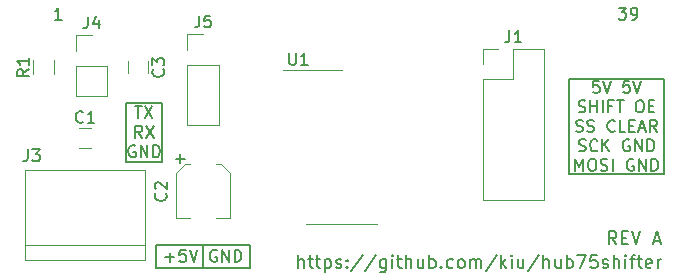
<source format=gbr>
G04 #@! TF.GenerationSoftware,KiCad,Pcbnew,(5.0.0)*
G04 #@! TF.CreationDate,2019-10-07T00:36:16+02:00*
G04 #@! TF.ProjectId,pizerospi,70697A65726F7370692E6B696361645F,rev?*
G04 #@! TF.SameCoordinates,Original*
G04 #@! TF.FileFunction,Legend,Top*
G04 #@! TF.FilePolarity,Positive*
%FSLAX46Y46*%
G04 Gerber Fmt 4.6, Leading zero omitted, Abs format (unit mm)*
G04 Created by KiCad (PCBNEW (5.0.0)) date 10/07/19 00:36:16*
%MOMM*%
%LPD*%
G01*
G04 APERTURE LIST*
%ADD10C,0.150000*%
%ADD11C,0.200000*%
%ADD12C,0.120000*%
G04 APERTURE END LIST*
D10*
X68973928Y-43997619D02*
X68607261Y-43473809D01*
X68345357Y-43997619D02*
X68345357Y-42897619D01*
X68764404Y-42897619D01*
X68869166Y-42950000D01*
X68921547Y-43002380D01*
X68973928Y-43107142D01*
X68973928Y-43264285D01*
X68921547Y-43369047D01*
X68869166Y-43421428D01*
X68764404Y-43473809D01*
X68345357Y-43473809D01*
X69445357Y-43421428D02*
X69812023Y-43421428D01*
X69969166Y-43997619D02*
X69445357Y-43997619D01*
X69445357Y-42897619D01*
X69969166Y-42897619D01*
X70283452Y-42897619D02*
X70650119Y-43997619D01*
X71016785Y-42897619D01*
X72169166Y-43683333D02*
X72692976Y-43683333D01*
X72064404Y-43997619D02*
X72431071Y-42897619D01*
X72797738Y-43997619D01*
X42050119Y-45997619D02*
X42050119Y-44897619D01*
X42521547Y-45997619D02*
X42521547Y-45421428D01*
X42469166Y-45316666D01*
X42364404Y-45264285D01*
X42207261Y-45264285D01*
X42102500Y-45316666D01*
X42050119Y-45369047D01*
X42888214Y-45264285D02*
X43307261Y-45264285D01*
X43045357Y-44897619D02*
X43045357Y-45840476D01*
X43097738Y-45945238D01*
X43202500Y-45997619D01*
X43307261Y-45997619D01*
X43516785Y-45264285D02*
X43935833Y-45264285D01*
X43673928Y-44897619D02*
X43673928Y-45840476D01*
X43726309Y-45945238D01*
X43831071Y-45997619D01*
X43935833Y-45997619D01*
X44302500Y-45264285D02*
X44302500Y-46364285D01*
X44302500Y-45316666D02*
X44407261Y-45264285D01*
X44616785Y-45264285D01*
X44721547Y-45316666D01*
X44773928Y-45369047D01*
X44826309Y-45473809D01*
X44826309Y-45788095D01*
X44773928Y-45892857D01*
X44721547Y-45945238D01*
X44616785Y-45997619D01*
X44407261Y-45997619D01*
X44302500Y-45945238D01*
X45245357Y-45945238D02*
X45350119Y-45997619D01*
X45559642Y-45997619D01*
X45664404Y-45945238D01*
X45716785Y-45840476D01*
X45716785Y-45788095D01*
X45664404Y-45683333D01*
X45559642Y-45630952D01*
X45402500Y-45630952D01*
X45297738Y-45578571D01*
X45245357Y-45473809D01*
X45245357Y-45421428D01*
X45297738Y-45316666D01*
X45402500Y-45264285D01*
X45559642Y-45264285D01*
X45664404Y-45316666D01*
X46188214Y-45892857D02*
X46240595Y-45945238D01*
X46188214Y-45997619D01*
X46135833Y-45945238D01*
X46188214Y-45892857D01*
X46188214Y-45997619D01*
X46188214Y-45316666D02*
X46240595Y-45369047D01*
X46188214Y-45421428D01*
X46135833Y-45369047D01*
X46188214Y-45316666D01*
X46188214Y-45421428D01*
X47497738Y-44845238D02*
X46554880Y-46259523D01*
X48650119Y-44845238D02*
X47707261Y-46259523D01*
X49488214Y-45264285D02*
X49488214Y-46154761D01*
X49435833Y-46259523D01*
X49383452Y-46311904D01*
X49278690Y-46364285D01*
X49121547Y-46364285D01*
X49016785Y-46311904D01*
X49488214Y-45945238D02*
X49383452Y-45997619D01*
X49173928Y-45997619D01*
X49069166Y-45945238D01*
X49016785Y-45892857D01*
X48964404Y-45788095D01*
X48964404Y-45473809D01*
X49016785Y-45369047D01*
X49069166Y-45316666D01*
X49173928Y-45264285D01*
X49383452Y-45264285D01*
X49488214Y-45316666D01*
X50012023Y-45997619D02*
X50012023Y-45264285D01*
X50012023Y-44897619D02*
X49959642Y-44950000D01*
X50012023Y-45002380D01*
X50064404Y-44950000D01*
X50012023Y-44897619D01*
X50012023Y-45002380D01*
X50378690Y-45264285D02*
X50797738Y-45264285D01*
X50535833Y-44897619D02*
X50535833Y-45840476D01*
X50588214Y-45945238D01*
X50692976Y-45997619D01*
X50797738Y-45997619D01*
X51164404Y-45997619D02*
X51164404Y-44897619D01*
X51635833Y-45997619D02*
X51635833Y-45421428D01*
X51583452Y-45316666D01*
X51478690Y-45264285D01*
X51321547Y-45264285D01*
X51216785Y-45316666D01*
X51164404Y-45369047D01*
X52631071Y-45264285D02*
X52631071Y-45997619D01*
X52159642Y-45264285D02*
X52159642Y-45840476D01*
X52212023Y-45945238D01*
X52316785Y-45997619D01*
X52473928Y-45997619D01*
X52578690Y-45945238D01*
X52631071Y-45892857D01*
X53154880Y-45997619D02*
X53154880Y-44897619D01*
X53154880Y-45316666D02*
X53259642Y-45264285D01*
X53469166Y-45264285D01*
X53573928Y-45316666D01*
X53626309Y-45369047D01*
X53678690Y-45473809D01*
X53678690Y-45788095D01*
X53626309Y-45892857D01*
X53573928Y-45945238D01*
X53469166Y-45997619D01*
X53259642Y-45997619D01*
X53154880Y-45945238D01*
X54150119Y-45892857D02*
X54202500Y-45945238D01*
X54150119Y-45997619D01*
X54097738Y-45945238D01*
X54150119Y-45892857D01*
X54150119Y-45997619D01*
X55145357Y-45945238D02*
X55040595Y-45997619D01*
X54831071Y-45997619D01*
X54726309Y-45945238D01*
X54673928Y-45892857D01*
X54621547Y-45788095D01*
X54621547Y-45473809D01*
X54673928Y-45369047D01*
X54726309Y-45316666D01*
X54831071Y-45264285D01*
X55040595Y-45264285D01*
X55145357Y-45316666D01*
X55773928Y-45997619D02*
X55669166Y-45945238D01*
X55616785Y-45892857D01*
X55564404Y-45788095D01*
X55564404Y-45473809D01*
X55616785Y-45369047D01*
X55669166Y-45316666D01*
X55773928Y-45264285D01*
X55931071Y-45264285D01*
X56035833Y-45316666D01*
X56088214Y-45369047D01*
X56140595Y-45473809D01*
X56140595Y-45788095D01*
X56088214Y-45892857D01*
X56035833Y-45945238D01*
X55931071Y-45997619D01*
X55773928Y-45997619D01*
X56612023Y-45997619D02*
X56612023Y-45264285D01*
X56612023Y-45369047D02*
X56664404Y-45316666D01*
X56769166Y-45264285D01*
X56926309Y-45264285D01*
X57031071Y-45316666D01*
X57083452Y-45421428D01*
X57083452Y-45997619D01*
X57083452Y-45421428D02*
X57135833Y-45316666D01*
X57240595Y-45264285D01*
X57397738Y-45264285D01*
X57502500Y-45316666D01*
X57554880Y-45421428D01*
X57554880Y-45997619D01*
X58864404Y-44845238D02*
X57921547Y-46259523D01*
X59231071Y-45997619D02*
X59231071Y-44897619D01*
X59335833Y-45578571D02*
X59650119Y-45997619D01*
X59650119Y-45264285D02*
X59231071Y-45683333D01*
X60121547Y-45997619D02*
X60121547Y-45264285D01*
X60121547Y-44897619D02*
X60069166Y-44950000D01*
X60121547Y-45002380D01*
X60173928Y-44950000D01*
X60121547Y-44897619D01*
X60121547Y-45002380D01*
X61116785Y-45264285D02*
X61116785Y-45997619D01*
X60645357Y-45264285D02*
X60645357Y-45840476D01*
X60697738Y-45945238D01*
X60802500Y-45997619D01*
X60959642Y-45997619D01*
X61064404Y-45945238D01*
X61116785Y-45892857D01*
X62426309Y-44845238D02*
X61483452Y-46259523D01*
X62792976Y-45997619D02*
X62792976Y-44897619D01*
X63264404Y-45997619D02*
X63264404Y-45421428D01*
X63212023Y-45316666D01*
X63107261Y-45264285D01*
X62950119Y-45264285D01*
X62845357Y-45316666D01*
X62792976Y-45369047D01*
X64259642Y-45264285D02*
X64259642Y-45997619D01*
X63788214Y-45264285D02*
X63788214Y-45840476D01*
X63840595Y-45945238D01*
X63945357Y-45997619D01*
X64102499Y-45997619D01*
X64207261Y-45945238D01*
X64259642Y-45892857D01*
X64783452Y-45997619D02*
X64783452Y-44897619D01*
X64783452Y-45316666D02*
X64888214Y-45264285D01*
X65097738Y-45264285D01*
X65202499Y-45316666D01*
X65254880Y-45369047D01*
X65307261Y-45473809D01*
X65307261Y-45788095D01*
X65254880Y-45892857D01*
X65202499Y-45945238D01*
X65097738Y-45997619D01*
X64888214Y-45997619D01*
X64783452Y-45945238D01*
X65673928Y-44897619D02*
X66407261Y-44897619D01*
X65935833Y-45997619D01*
X67350119Y-44897619D02*
X66826309Y-44897619D01*
X66773928Y-45421428D01*
X66826309Y-45369047D01*
X66931071Y-45316666D01*
X67192976Y-45316666D01*
X67297738Y-45369047D01*
X67350119Y-45421428D01*
X67402500Y-45526190D01*
X67402500Y-45788095D01*
X67350119Y-45892857D01*
X67297738Y-45945238D01*
X67192976Y-45997619D01*
X66931071Y-45997619D01*
X66826309Y-45945238D01*
X66773928Y-45892857D01*
X67821547Y-45945238D02*
X67926309Y-45997619D01*
X68135833Y-45997619D01*
X68240595Y-45945238D01*
X68292976Y-45840476D01*
X68292976Y-45788095D01*
X68240595Y-45683333D01*
X68135833Y-45630952D01*
X67978690Y-45630952D01*
X67873928Y-45578571D01*
X67821547Y-45473809D01*
X67821547Y-45421428D01*
X67873928Y-45316666D01*
X67978690Y-45264285D01*
X68135833Y-45264285D01*
X68240595Y-45316666D01*
X68764404Y-45997619D02*
X68764404Y-44897619D01*
X69235833Y-45997619D02*
X69235833Y-45421428D01*
X69183452Y-45316666D01*
X69078690Y-45264285D01*
X68921547Y-45264285D01*
X68816785Y-45316666D01*
X68764404Y-45369047D01*
X69759642Y-45997619D02*
X69759642Y-45264285D01*
X69759642Y-44897619D02*
X69707261Y-44950000D01*
X69759642Y-45002380D01*
X69812023Y-44950000D01*
X69759642Y-44897619D01*
X69759642Y-45002380D01*
X70126309Y-45264285D02*
X70545357Y-45264285D01*
X70283452Y-45997619D02*
X70283452Y-45054761D01*
X70335833Y-44950000D01*
X70440595Y-44897619D01*
X70545357Y-44897619D01*
X70754880Y-45264285D02*
X71173928Y-45264285D01*
X70912023Y-44897619D02*
X70912023Y-45840476D01*
X70964404Y-45945238D01*
X71069166Y-45997619D01*
X71173928Y-45997619D01*
X71959642Y-45945238D02*
X71854880Y-45997619D01*
X71645357Y-45997619D01*
X71540595Y-45945238D01*
X71488214Y-45840476D01*
X71488214Y-45421428D01*
X71540595Y-45316666D01*
X71645357Y-45264285D01*
X71854880Y-45264285D01*
X71959642Y-45316666D01*
X72012023Y-45421428D01*
X72012023Y-45526190D01*
X71488214Y-45630952D01*
X72483452Y-45997619D02*
X72483452Y-45264285D01*
X72483452Y-45473809D02*
X72535833Y-45369047D01*
X72588214Y-45316666D01*
X72692976Y-45264285D01*
X72797738Y-45264285D01*
X69190476Y-23952380D02*
X69809523Y-23952380D01*
X69476190Y-24333333D01*
X69619047Y-24333333D01*
X69714285Y-24380952D01*
X69761904Y-24428571D01*
X69809523Y-24523809D01*
X69809523Y-24761904D01*
X69761904Y-24857142D01*
X69714285Y-24904761D01*
X69619047Y-24952380D01*
X69333333Y-24952380D01*
X69238095Y-24904761D01*
X69190476Y-24857142D01*
X70285714Y-24952380D02*
X70476190Y-24952380D01*
X70571428Y-24904761D01*
X70619047Y-24857142D01*
X70714285Y-24714285D01*
X70761904Y-24523809D01*
X70761904Y-24142857D01*
X70714285Y-24047619D01*
X70666666Y-24000000D01*
X70571428Y-23952380D01*
X70380952Y-23952380D01*
X70285714Y-24000000D01*
X70238095Y-24047619D01*
X70190476Y-24142857D01*
X70190476Y-24380952D01*
X70238095Y-24476190D01*
X70285714Y-24523809D01*
X70380952Y-24571428D01*
X70571428Y-24571428D01*
X70666666Y-24523809D01*
X70714285Y-24476190D01*
X70761904Y-24380952D01*
X22035714Y-24952380D02*
X21464285Y-24952380D01*
X21750000Y-24952380D02*
X21750000Y-23952380D01*
X21654761Y-24095238D01*
X21559523Y-24190476D01*
X21464285Y-24238095D01*
D11*
X65000000Y-30000000D02*
X65000000Y-38000000D01*
X73000000Y-30000000D02*
X65000000Y-30000000D01*
X73000000Y-38000000D02*
X73000000Y-30000000D01*
X65000000Y-38000000D02*
X73000000Y-38000000D01*
D10*
X67523809Y-30152380D02*
X67047619Y-30152380D01*
X67000000Y-30628571D01*
X67047619Y-30580952D01*
X67142857Y-30533333D01*
X67380952Y-30533333D01*
X67476190Y-30580952D01*
X67523809Y-30628571D01*
X67571428Y-30723809D01*
X67571428Y-30961904D01*
X67523809Y-31057142D01*
X67476190Y-31104761D01*
X67380952Y-31152380D01*
X67142857Y-31152380D01*
X67047619Y-31104761D01*
X67000000Y-31057142D01*
X67857142Y-30152380D02*
X68190476Y-31152380D01*
X68523809Y-30152380D01*
X70095238Y-30152380D02*
X69619047Y-30152380D01*
X69571428Y-30628571D01*
X69619047Y-30580952D01*
X69714285Y-30533333D01*
X69952380Y-30533333D01*
X70047619Y-30580952D01*
X70095238Y-30628571D01*
X70142857Y-30723809D01*
X70142857Y-30961904D01*
X70095238Y-31057142D01*
X70047619Y-31104761D01*
X69952380Y-31152380D01*
X69714285Y-31152380D01*
X69619047Y-31104761D01*
X69571428Y-31057142D01*
X70428571Y-30152380D02*
X70761904Y-31152380D01*
X71095238Y-30152380D01*
X65785714Y-32754761D02*
X65928571Y-32802380D01*
X66166666Y-32802380D01*
X66261904Y-32754761D01*
X66309523Y-32707142D01*
X66357142Y-32611904D01*
X66357142Y-32516666D01*
X66309523Y-32421428D01*
X66261904Y-32373809D01*
X66166666Y-32326190D01*
X65976190Y-32278571D01*
X65880952Y-32230952D01*
X65833333Y-32183333D01*
X65785714Y-32088095D01*
X65785714Y-31992857D01*
X65833333Y-31897619D01*
X65880952Y-31850000D01*
X65976190Y-31802380D01*
X66214285Y-31802380D01*
X66357142Y-31850000D01*
X66785714Y-32802380D02*
X66785714Y-31802380D01*
X66785714Y-32278571D02*
X67357142Y-32278571D01*
X67357142Y-32802380D02*
X67357142Y-31802380D01*
X67833333Y-32802380D02*
X67833333Y-31802380D01*
X68642857Y-32278571D02*
X68309523Y-32278571D01*
X68309523Y-32802380D02*
X68309523Y-31802380D01*
X68785714Y-31802380D01*
X69023809Y-31802380D02*
X69595238Y-31802380D01*
X69309523Y-32802380D02*
X69309523Y-31802380D01*
X70880952Y-31802380D02*
X71071428Y-31802380D01*
X71166666Y-31850000D01*
X71261904Y-31945238D01*
X71309523Y-32135714D01*
X71309523Y-32469047D01*
X71261904Y-32659523D01*
X71166666Y-32754761D01*
X71071428Y-32802380D01*
X70880952Y-32802380D01*
X70785714Y-32754761D01*
X70690476Y-32659523D01*
X70642857Y-32469047D01*
X70642857Y-32135714D01*
X70690476Y-31945238D01*
X70785714Y-31850000D01*
X70880952Y-31802380D01*
X71738095Y-32278571D02*
X72071428Y-32278571D01*
X72214285Y-32802380D02*
X71738095Y-32802380D01*
X71738095Y-31802380D01*
X72214285Y-31802380D01*
X65571428Y-34404761D02*
X65714285Y-34452380D01*
X65952380Y-34452380D01*
X66047619Y-34404761D01*
X66095238Y-34357142D01*
X66142857Y-34261904D01*
X66142857Y-34166666D01*
X66095238Y-34071428D01*
X66047619Y-34023809D01*
X65952380Y-33976190D01*
X65761904Y-33928571D01*
X65666666Y-33880952D01*
X65619047Y-33833333D01*
X65571428Y-33738095D01*
X65571428Y-33642857D01*
X65619047Y-33547619D01*
X65666666Y-33500000D01*
X65761904Y-33452380D01*
X66000000Y-33452380D01*
X66142857Y-33500000D01*
X66523809Y-34404761D02*
X66666666Y-34452380D01*
X66904761Y-34452380D01*
X67000000Y-34404761D01*
X67047619Y-34357142D01*
X67095238Y-34261904D01*
X67095238Y-34166666D01*
X67047619Y-34071428D01*
X67000000Y-34023809D01*
X66904761Y-33976190D01*
X66714285Y-33928571D01*
X66619047Y-33880952D01*
X66571428Y-33833333D01*
X66523809Y-33738095D01*
X66523809Y-33642857D01*
X66571428Y-33547619D01*
X66619047Y-33500000D01*
X66714285Y-33452380D01*
X66952380Y-33452380D01*
X67095238Y-33500000D01*
X68857142Y-34357142D02*
X68809523Y-34404761D01*
X68666666Y-34452380D01*
X68571428Y-34452380D01*
X68428571Y-34404761D01*
X68333333Y-34309523D01*
X68285714Y-34214285D01*
X68238095Y-34023809D01*
X68238095Y-33880952D01*
X68285714Y-33690476D01*
X68333333Y-33595238D01*
X68428571Y-33500000D01*
X68571428Y-33452380D01*
X68666666Y-33452380D01*
X68809523Y-33500000D01*
X68857142Y-33547619D01*
X69761904Y-34452380D02*
X69285714Y-34452380D01*
X69285714Y-33452380D01*
X70095238Y-33928571D02*
X70428571Y-33928571D01*
X70571428Y-34452380D02*
X70095238Y-34452380D01*
X70095238Y-33452380D01*
X70571428Y-33452380D01*
X70952380Y-34166666D02*
X71428571Y-34166666D01*
X70857142Y-34452380D02*
X71190476Y-33452380D01*
X71523809Y-34452380D01*
X72428571Y-34452380D02*
X72095238Y-33976190D01*
X71857142Y-34452380D02*
X71857142Y-33452380D01*
X72238095Y-33452380D01*
X72333333Y-33500000D01*
X72380952Y-33547619D01*
X72428571Y-33642857D01*
X72428571Y-33785714D01*
X72380952Y-33880952D01*
X72333333Y-33928571D01*
X72238095Y-33976190D01*
X71857142Y-33976190D01*
X65809523Y-36054761D02*
X65952380Y-36102380D01*
X66190476Y-36102380D01*
X66285714Y-36054761D01*
X66333333Y-36007142D01*
X66380952Y-35911904D01*
X66380952Y-35816666D01*
X66333333Y-35721428D01*
X66285714Y-35673809D01*
X66190476Y-35626190D01*
X66000000Y-35578571D01*
X65904761Y-35530952D01*
X65857142Y-35483333D01*
X65809523Y-35388095D01*
X65809523Y-35292857D01*
X65857142Y-35197619D01*
X65904761Y-35150000D01*
X66000000Y-35102380D01*
X66238095Y-35102380D01*
X66380952Y-35150000D01*
X67380952Y-36007142D02*
X67333333Y-36054761D01*
X67190476Y-36102380D01*
X67095238Y-36102380D01*
X66952380Y-36054761D01*
X66857142Y-35959523D01*
X66809523Y-35864285D01*
X66761904Y-35673809D01*
X66761904Y-35530952D01*
X66809523Y-35340476D01*
X66857142Y-35245238D01*
X66952380Y-35150000D01*
X67095238Y-35102380D01*
X67190476Y-35102380D01*
X67333333Y-35150000D01*
X67380952Y-35197619D01*
X67809523Y-36102380D02*
X67809523Y-35102380D01*
X68380952Y-36102380D02*
X67952380Y-35530952D01*
X68380952Y-35102380D02*
X67809523Y-35673809D01*
X70095238Y-35150000D02*
X70000000Y-35102380D01*
X69857142Y-35102380D01*
X69714285Y-35150000D01*
X69619047Y-35245238D01*
X69571428Y-35340476D01*
X69523809Y-35530952D01*
X69523809Y-35673809D01*
X69571428Y-35864285D01*
X69619047Y-35959523D01*
X69714285Y-36054761D01*
X69857142Y-36102380D01*
X69952380Y-36102380D01*
X70095238Y-36054761D01*
X70142857Y-36007142D01*
X70142857Y-35673809D01*
X69952380Y-35673809D01*
X70571428Y-36102380D02*
X70571428Y-35102380D01*
X71142857Y-36102380D01*
X71142857Y-35102380D01*
X71619047Y-36102380D02*
X71619047Y-35102380D01*
X71857142Y-35102380D01*
X72000000Y-35150000D01*
X72095238Y-35245238D01*
X72142857Y-35340476D01*
X72190476Y-35530952D01*
X72190476Y-35673809D01*
X72142857Y-35864285D01*
X72095238Y-35959523D01*
X72000000Y-36054761D01*
X71857142Y-36102380D01*
X71619047Y-36102380D01*
X65523809Y-37752380D02*
X65523809Y-36752380D01*
X65857142Y-37466666D01*
X66190476Y-36752380D01*
X66190476Y-37752380D01*
X66857142Y-36752380D02*
X67047619Y-36752380D01*
X67142857Y-36800000D01*
X67238095Y-36895238D01*
X67285714Y-37085714D01*
X67285714Y-37419047D01*
X67238095Y-37609523D01*
X67142857Y-37704761D01*
X67047619Y-37752380D01*
X66857142Y-37752380D01*
X66761904Y-37704761D01*
X66666666Y-37609523D01*
X66619047Y-37419047D01*
X66619047Y-37085714D01*
X66666666Y-36895238D01*
X66761904Y-36800000D01*
X66857142Y-36752380D01*
X67666666Y-37704761D02*
X67809523Y-37752380D01*
X68047619Y-37752380D01*
X68142857Y-37704761D01*
X68190476Y-37657142D01*
X68238095Y-37561904D01*
X68238095Y-37466666D01*
X68190476Y-37371428D01*
X68142857Y-37323809D01*
X68047619Y-37276190D01*
X67857142Y-37228571D01*
X67761904Y-37180952D01*
X67714285Y-37133333D01*
X67666666Y-37038095D01*
X67666666Y-36942857D01*
X67714285Y-36847619D01*
X67761904Y-36800000D01*
X67857142Y-36752380D01*
X68095238Y-36752380D01*
X68238095Y-36800000D01*
X68666666Y-37752380D02*
X68666666Y-36752380D01*
X70428571Y-36800000D02*
X70333333Y-36752380D01*
X70190476Y-36752380D01*
X70047619Y-36800000D01*
X69952380Y-36895238D01*
X69904761Y-36990476D01*
X69857142Y-37180952D01*
X69857142Y-37323809D01*
X69904761Y-37514285D01*
X69952380Y-37609523D01*
X70047619Y-37704761D01*
X70190476Y-37752380D01*
X70285714Y-37752380D01*
X70428571Y-37704761D01*
X70476190Y-37657142D01*
X70476190Y-37323809D01*
X70285714Y-37323809D01*
X70904761Y-37752380D02*
X70904761Y-36752380D01*
X71476190Y-37752380D01*
X71476190Y-36752380D01*
X71952380Y-37752380D02*
X71952380Y-36752380D01*
X72190476Y-36752380D01*
X72333333Y-36800000D01*
X72428571Y-36895238D01*
X72476190Y-36990476D01*
X72523809Y-37180952D01*
X72523809Y-37323809D01*
X72476190Y-37514285D01*
X72428571Y-37609523D01*
X72333333Y-37704761D01*
X72190476Y-37752380D01*
X71952380Y-37752380D01*
D11*
X27500000Y-32000000D02*
X27500000Y-37000000D01*
X30500000Y-32000000D02*
X27500000Y-32000000D01*
X30500000Y-37000000D02*
X30500000Y-32000000D01*
X27500000Y-37000000D02*
X30500000Y-37000000D01*
X34000000Y-46000000D02*
X34000000Y-44000000D01*
D10*
X28238095Y-32302380D02*
X28809523Y-32302380D01*
X28523809Y-33302380D02*
X28523809Y-32302380D01*
X29047619Y-32302380D02*
X29714285Y-33302380D01*
X29714285Y-32302380D02*
X29047619Y-33302380D01*
X28833333Y-34952380D02*
X28500000Y-34476190D01*
X28261904Y-34952380D02*
X28261904Y-33952380D01*
X28642857Y-33952380D01*
X28738095Y-34000000D01*
X28785714Y-34047619D01*
X28833333Y-34142857D01*
X28833333Y-34285714D01*
X28785714Y-34380952D01*
X28738095Y-34428571D01*
X28642857Y-34476190D01*
X28261904Y-34476190D01*
X29166666Y-33952380D02*
X29833333Y-34952380D01*
X29833333Y-33952380D02*
X29166666Y-34952380D01*
X28238095Y-35650000D02*
X28142857Y-35602380D01*
X28000000Y-35602380D01*
X27857142Y-35650000D01*
X27761904Y-35745238D01*
X27714285Y-35840476D01*
X27666666Y-36030952D01*
X27666666Y-36173809D01*
X27714285Y-36364285D01*
X27761904Y-36459523D01*
X27857142Y-36554761D01*
X28000000Y-36602380D01*
X28095238Y-36602380D01*
X28238095Y-36554761D01*
X28285714Y-36507142D01*
X28285714Y-36173809D01*
X28095238Y-36173809D01*
X28714285Y-36602380D02*
X28714285Y-35602380D01*
X29285714Y-36602380D01*
X29285714Y-35602380D01*
X29761904Y-36602380D02*
X29761904Y-35602380D01*
X30000000Y-35602380D01*
X30142857Y-35650000D01*
X30238095Y-35745238D01*
X30285714Y-35840476D01*
X30333333Y-36030952D01*
X30333333Y-36173809D01*
X30285714Y-36364285D01*
X30238095Y-36459523D01*
X30142857Y-36554761D01*
X30000000Y-36602380D01*
X29761904Y-36602380D01*
D11*
X30000000Y-46000000D02*
X30500000Y-46000000D01*
X30000000Y-44000000D02*
X30000000Y-46000000D01*
X30500000Y-44000000D02*
X30000000Y-44000000D01*
X38000000Y-44000000D02*
X30500000Y-44000000D01*
X38000000Y-46000000D02*
X38000000Y-44000000D01*
X30500000Y-46000000D02*
X38000000Y-46000000D01*
D10*
X30809523Y-45071428D02*
X31571428Y-45071428D01*
X31190476Y-45452380D02*
X31190476Y-44690476D01*
X32523809Y-44452380D02*
X32047619Y-44452380D01*
X32000000Y-44928571D01*
X32047619Y-44880952D01*
X32142857Y-44833333D01*
X32380952Y-44833333D01*
X32476190Y-44880952D01*
X32523809Y-44928571D01*
X32571428Y-45023809D01*
X32571428Y-45261904D01*
X32523809Y-45357142D01*
X32476190Y-45404761D01*
X32380952Y-45452380D01*
X32142857Y-45452380D01*
X32047619Y-45404761D01*
X32000000Y-45357142D01*
X32857142Y-44452380D02*
X33190476Y-45452380D01*
X33523809Y-44452380D01*
X35142857Y-44500000D02*
X35047619Y-44452380D01*
X34904761Y-44452380D01*
X34761904Y-44500000D01*
X34666666Y-44595238D01*
X34619047Y-44690476D01*
X34571428Y-44880952D01*
X34571428Y-45023809D01*
X34619047Y-45214285D01*
X34666666Y-45309523D01*
X34761904Y-45404761D01*
X34904761Y-45452380D01*
X35000000Y-45452380D01*
X35142857Y-45404761D01*
X35190476Y-45357142D01*
X35190476Y-45023809D01*
X35000000Y-45023809D01*
X35619047Y-45452380D02*
X35619047Y-44452380D01*
X36190476Y-45452380D01*
X36190476Y-44452380D01*
X36666666Y-45452380D02*
X36666666Y-44452380D01*
X36904761Y-44452380D01*
X37047619Y-44500000D01*
X37142857Y-44595238D01*
X37190476Y-44690476D01*
X37238095Y-44880952D01*
X37238095Y-45023809D01*
X37190476Y-45214285D01*
X37142857Y-45309523D01*
X37047619Y-45404761D01*
X36904761Y-45452380D01*
X36666666Y-45452380D01*
D12*
G04 #@! TO.C,C1*
X23500000Y-35850000D02*
X24500000Y-35850000D01*
X24500000Y-34150000D02*
X23500000Y-34150000D01*
G04 #@! TO.C,J1*
X57670000Y-27420000D02*
X59000000Y-27420000D01*
X57670000Y-28750000D02*
X57670000Y-27420000D01*
X60270000Y-27420000D02*
X62870000Y-27420000D01*
X60270000Y-30020000D02*
X60270000Y-27420000D01*
X57670000Y-30020000D02*
X60270000Y-30020000D01*
X62870000Y-27420000D02*
X62870000Y-40240000D01*
X57670000Y-30020000D02*
X57670000Y-40240000D01*
X57670000Y-40240000D02*
X62870000Y-40240000D01*
G04 #@! TO.C,J3*
X18960000Y-45310000D02*
X29120000Y-45310000D01*
X18960000Y-37690000D02*
X18960000Y-45310000D01*
X29120000Y-37690000D02*
X18960000Y-37690000D01*
X29120000Y-45310000D02*
X29120000Y-37690000D01*
X29120000Y-44040000D02*
X18960000Y-44040000D01*
G04 #@! TO.C,U1*
X40750000Y-29220000D02*
X45750000Y-29220000D01*
X42750000Y-42280000D02*
X48750000Y-42280000D01*
G04 #@! TO.C,C3*
X27650000Y-28500000D02*
X27650000Y-29500000D01*
X29350000Y-29500000D02*
X29350000Y-28500000D01*
G04 #@! TO.C,J4*
X23245001Y-26245001D02*
X24575001Y-26245001D01*
X23245001Y-27575001D02*
X23245001Y-26245001D01*
X23245001Y-28845001D02*
X25905001Y-28845001D01*
X25905001Y-28845001D02*
X25905001Y-31445001D01*
X23245001Y-28845001D02*
X23245001Y-31445001D01*
X23245001Y-31445001D02*
X25905001Y-31445001D01*
G04 #@! TO.C,R1*
X19620000Y-29600000D02*
X19620000Y-28400000D01*
X21380000Y-28400000D02*
X21380000Y-29600000D01*
G04 #@! TO.C,J5*
X32670000Y-26170000D02*
X34000000Y-26170000D01*
X32670000Y-27500000D02*
X32670000Y-26170000D01*
X32670000Y-28770000D02*
X35330000Y-28770000D01*
X35330000Y-28770000D02*
X35330000Y-33910000D01*
X32670000Y-28770000D02*
X32670000Y-33910000D01*
X32670000Y-33910000D02*
X35330000Y-33910000D01*
G04 #@! TO.C,C2*
X36290000Y-37980000D02*
X35520000Y-37210000D01*
X36290000Y-37980000D02*
X36290000Y-41790000D01*
X31710000Y-37980000D02*
X32480000Y-37210000D01*
X31710000Y-37980000D02*
X31710000Y-41790000D01*
X32480000Y-37210000D02*
X32880000Y-37210000D01*
X35520000Y-37210000D02*
X35120000Y-37210000D01*
X36290000Y-41790000D02*
X35120000Y-41790000D01*
X31710000Y-41790000D02*
X32880000Y-41790000D01*
G04 #@! TO.C,C1*
D10*
X23833333Y-33607142D02*
X23785714Y-33654761D01*
X23642857Y-33702380D01*
X23547619Y-33702380D01*
X23404761Y-33654761D01*
X23309523Y-33559523D01*
X23261904Y-33464285D01*
X23214285Y-33273809D01*
X23214285Y-33130952D01*
X23261904Y-32940476D01*
X23309523Y-32845238D01*
X23404761Y-32750000D01*
X23547619Y-32702380D01*
X23642857Y-32702380D01*
X23785714Y-32750000D01*
X23833333Y-32797619D01*
X24785714Y-33702380D02*
X24214285Y-33702380D01*
X24500000Y-33702380D02*
X24500000Y-32702380D01*
X24404761Y-32845238D01*
X24309523Y-32940476D01*
X24214285Y-32988095D01*
G04 #@! TO.C,J1*
X59936666Y-25872380D02*
X59936666Y-26586666D01*
X59889047Y-26729523D01*
X59793809Y-26824761D01*
X59650952Y-26872380D01*
X59555714Y-26872380D01*
X60936666Y-26872380D02*
X60365238Y-26872380D01*
X60650952Y-26872380D02*
X60650952Y-25872380D01*
X60555714Y-26015238D01*
X60460476Y-26110476D01*
X60365238Y-26158095D01*
G04 #@! TO.C,J3*
X19166666Y-35952380D02*
X19166666Y-36666666D01*
X19119047Y-36809523D01*
X19023809Y-36904761D01*
X18880952Y-36952380D01*
X18785714Y-36952380D01*
X19547619Y-35952380D02*
X20166666Y-35952380D01*
X19833333Y-36333333D01*
X19976190Y-36333333D01*
X20071428Y-36380952D01*
X20119047Y-36428571D01*
X20166666Y-36523809D01*
X20166666Y-36761904D01*
X20119047Y-36857142D01*
X20071428Y-36904761D01*
X19976190Y-36952380D01*
X19690476Y-36952380D01*
X19595238Y-36904761D01*
X19547619Y-36857142D01*
G04 #@! TO.C,U1*
X41298095Y-27782380D02*
X41298095Y-28591904D01*
X41345714Y-28687142D01*
X41393333Y-28734761D01*
X41488571Y-28782380D01*
X41679047Y-28782380D01*
X41774285Y-28734761D01*
X41821904Y-28687142D01*
X41869523Y-28591904D01*
X41869523Y-27782380D01*
X42869523Y-28782380D02*
X42298095Y-28782380D01*
X42583809Y-28782380D02*
X42583809Y-27782380D01*
X42488571Y-27925238D01*
X42393333Y-28020476D01*
X42298095Y-28068095D01*
G04 #@! TO.C,C3*
X30607142Y-29166666D02*
X30654761Y-29214285D01*
X30702380Y-29357142D01*
X30702380Y-29452380D01*
X30654761Y-29595238D01*
X30559523Y-29690476D01*
X30464285Y-29738095D01*
X30273809Y-29785714D01*
X30130952Y-29785714D01*
X29940476Y-29738095D01*
X29845238Y-29690476D01*
X29750000Y-29595238D01*
X29702380Y-29452380D01*
X29702380Y-29357142D01*
X29750000Y-29214285D01*
X29797619Y-29166666D01*
X29702380Y-28833333D02*
X29702380Y-28214285D01*
X30083333Y-28547619D01*
X30083333Y-28404761D01*
X30130952Y-28309523D01*
X30178571Y-28261904D01*
X30273809Y-28214285D01*
X30511904Y-28214285D01*
X30607142Y-28261904D01*
X30654761Y-28309523D01*
X30702380Y-28404761D01*
X30702380Y-28690476D01*
X30654761Y-28785714D01*
X30607142Y-28833333D01*
G04 #@! TO.C,J4*
X24241667Y-24697381D02*
X24241667Y-25411667D01*
X24194048Y-25554524D01*
X24098810Y-25649762D01*
X23955953Y-25697381D01*
X23860715Y-25697381D01*
X25146429Y-25030715D02*
X25146429Y-25697381D01*
X24908334Y-24649762D02*
X24670239Y-25364048D01*
X25289286Y-25364048D01*
G04 #@! TO.C,R1*
X19252380Y-29166666D02*
X18776190Y-29500000D01*
X19252380Y-29738095D02*
X18252380Y-29738095D01*
X18252380Y-29357142D01*
X18300000Y-29261904D01*
X18347619Y-29214285D01*
X18442857Y-29166666D01*
X18585714Y-29166666D01*
X18680952Y-29214285D01*
X18728571Y-29261904D01*
X18776190Y-29357142D01*
X18776190Y-29738095D01*
X19252380Y-28214285D02*
X19252380Y-28785714D01*
X19252380Y-28500000D02*
X18252380Y-28500000D01*
X18395238Y-28595238D01*
X18490476Y-28690476D01*
X18538095Y-28785714D01*
G04 #@! TO.C,J5*
X33666666Y-24622380D02*
X33666666Y-25336666D01*
X33619047Y-25479523D01*
X33523809Y-25574761D01*
X33380952Y-25622380D01*
X33285714Y-25622380D01*
X34619047Y-24622380D02*
X34142857Y-24622380D01*
X34095238Y-25098571D01*
X34142857Y-25050952D01*
X34238095Y-25003333D01*
X34476190Y-25003333D01*
X34571428Y-25050952D01*
X34619047Y-25098571D01*
X34666666Y-25193809D01*
X34666666Y-25431904D01*
X34619047Y-25527142D01*
X34571428Y-25574761D01*
X34476190Y-25622380D01*
X34238095Y-25622380D01*
X34142857Y-25574761D01*
X34095238Y-25527142D01*
G04 #@! TO.C,C2*
X30817142Y-39666666D02*
X30864761Y-39714285D01*
X30912380Y-39857142D01*
X30912380Y-39952380D01*
X30864761Y-40095238D01*
X30769523Y-40190476D01*
X30674285Y-40238095D01*
X30483809Y-40285714D01*
X30340952Y-40285714D01*
X30150476Y-40238095D01*
X30055238Y-40190476D01*
X29960000Y-40095238D01*
X29912380Y-39952380D01*
X29912380Y-39857142D01*
X29960000Y-39714285D01*
X30007619Y-39666666D01*
X30007619Y-39285714D02*
X29960000Y-39238095D01*
X29912380Y-39142857D01*
X29912380Y-38904761D01*
X29960000Y-38809523D01*
X30007619Y-38761904D01*
X30102857Y-38714285D01*
X30198095Y-38714285D01*
X30340952Y-38761904D01*
X30912380Y-39333333D01*
X30912380Y-38714285D01*
X32061428Y-37110952D02*
X32061428Y-36349047D01*
X32442380Y-36730000D02*
X31680476Y-36730000D01*
G04 #@! TD*
M02*

</source>
